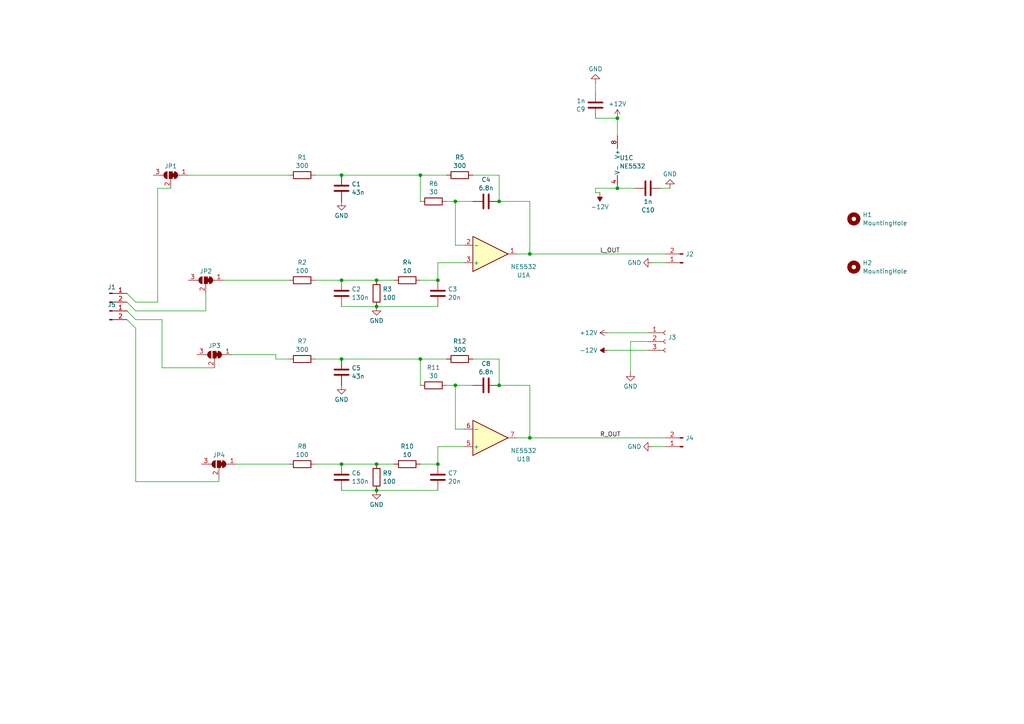
<source format=kicad_sch>
(kicad_sch (version 20250114) (generator "eeschema") (generator_version "9.0")
  (paper "A4")
  (lib_symbols
    (symbol "Amplifier_Operational:NE5532" (pin_names (offset 0.127))
      (property "Reference" "U" (at 0 5.08 0))
      (property "Value" "NE5532" (at 0 -5.08 0))
      (symbol "NE5532_1_1"
        (polyline (pts (xy -5.08 5.08) (xy 5.08 0) (xy -5.08 -5.08) (xy -5.08 5.08)) (stroke (width 0.254)) (fill (type background)))
        (pin input line (at -7.62 2.54 0) (length 2.54) (name "+") (number "3"))
        (pin input line (at -7.62 -2.54 0) (length 2.54) (name "-") (number "2"))
        (pin output line (at 7.62 0 180) (length 2.54) (name "~") (number "1"))
      )
      (symbol "NE5532_2_1"
        (polyline (pts (xy -5.08 5.08) (xy 5.08 0) (xy -5.08 -5.08) (xy -5.08 5.08)) (stroke (width 0.254)) (fill (type background)))
        (pin input line (at -7.62 2.54 0) (length 2.54) (name "+") (number "5"))
        (pin input line (at -7.62 -2.54 0) (length 2.54) (name "-") (number "6"))
        (pin output line (at 7.62 0 180) (length 2.54) (name "~") (number "7"))
      )
      (symbol "NE5532_3_1"
        (pin power_in line (at -2.54 7.62 270) (length 3.81) (name "V+") (number "8"))
        (pin power_in line (at -2.54 -7.62 90) (length 3.81) (name "V-") (number "4"))
      )
    )
    (symbol "Connector:Conn_01x02_Pin" (pin_names (offset 1.016) (hide yes))
      (property "Reference" "J" (at 0 2.54 0))
      (property "Value" "Conn_01x02_Pin" (at 0 -5.08 0))
      (symbol "Conn_01x02_Pin_1_1"
        (rectangle (start 0.8636 0.127) (end 0 -0.127) (stroke (width 0.1524)) (fill (type outline)))
        (rectangle (start 0.8636 -2.413) (end 0 -2.667) (stroke (width 0.1524)) (fill (type outline)))
        (polyline (pts (xy 1.27 0) (xy 0.8636 0)) (stroke (width 0.1524)))
        (polyline (pts (xy 1.27 -2.54) (xy 0.8636 -2.54)) (stroke (width 0.1524)))
        (pin passive line (at 5.08 0 180) (length 3.81) (name "Pin_1") (number "1"))
        (pin passive line (at 5.08 -2.54 180) (length 3.81) (name "Pin_2") (number "2"))
      )
    )
    (symbol "Connector:Conn_01x03_Socket" (pin_names (offset 1.016) (hide yes))
      (property "Reference" "J" (at 0 5.08 0))
      (property "Value" "Conn_01x03_Socket" (at 0 -5.08 0))
      (symbol "Conn_01x03_Socket_1_1"
        (polyline (pts (xy -1.27 2.54) (xy -0.508 2.54)) (stroke (width 0.1524)))
        (polyline (pts (xy -1.27 0) (xy -0.508 0)) (stroke (width 0.1524)))
        (polyline (pts (xy -1.27 -2.54) (xy -0.508 -2.54)) (stroke (width 0.1524)))
        (arc (start 0 2.032) (mid -0.5058 2.54) (end 0 3.048) (stroke (width 0.1524)))
        (arc (start 0 -0.508) (mid -0.5058 0) (end 0 0.508) (stroke (width 0.1524)))
        (arc (start 0 -3.048) (mid -0.5058 -2.54) (end 0 -2.032) (stroke (width 0.1524)))
        (pin passive line (at -5.08 2.54 0) (length 3.81) (name "Pin_1") (number "1"))
        (pin passive line (at -5.08 0 0) (length 3.81) (name "Pin_2") (number "2"))
        (pin passive line (at -5.08 -2.54 0) (length 3.81) (name "Pin_3") (number "3"))
      )
    )
    (symbol "Device:C" (pin_numbers (hide yes)) (pin_names (offset 0.254))
      (property "Reference" "C" (at 0.635 2.54 0))
      (property "Value" "C" (at 0.635 -2.54 0))
      (symbol "C_0_1"
        (polyline (pts (xy -2.032 0.762) (xy 2.032 0.762)) (stroke (width 0.508)))
        (polyline (pts (xy -2.032 -0.762) (xy 2.032 -0.762)) (stroke (width 0.508)))
      )
      (symbol "C_1_1"
        (pin passive line (at 0 3.81 270) (length 2.794) (name "~") (number "1"))
        (pin passive line (at 0 -3.81 90) (length 2.794) (name "~") (number "2"))
      )
    )
    (symbol "Device:R" (pin_numbers (hide yes)) (pin_names (offset 0))
      (property "Reference" "R" (at 2.032 0 90))
      (property "Value" "R" (at 0 0 90))
      (symbol "R_0_1"
        (rectangle (start -1.016 -2.54) (end 1.016 2.54) (stroke (width 0.254)))
      )
      (symbol "R_1_1"
        (pin passive line (at 0 3.81 270) (length 1.27) (name "~") (number "1"))
        (pin passive line (at 0 -3.81 90) (length 1.27) (name "~") (number "2"))
      )
    )
    (symbol "Jumper:SolderJumper_3_Bridged12" (pin_names (offset 0) (hide yes)) (exclude_from_sim yes) (in_bom no)
      (property "Reference" "JP" (at -2.54 -2.54 0))
      (property "Value" "SolderJumper_3_Bridged12" (at 0 2.794 0))
      (symbol "SolderJumper_3_Bridged12_0_1"
        (polyline (pts (xy -2.54 0) (xy -2.032 0)))
        (polyline (pts (xy -1.016 1.016) (xy -1.016 -1.016)))
        (rectangle (start -1.016 0.508) (end -0.508 -0.508) (fill (type outline)))
        (arc (start -1.016 -1.016) (mid -2.0276 0) (end -1.016 1.016))
        (arc (start -1.016 -1.016) (mid -2.0276 0) (end -1.016 1.016) (fill (type outline)))
        (rectangle (start -0.508 1.016) (end 0.508 -1.016) (fill (type outline)))
        (polyline (pts (xy 0 -1.27) (xy 0 -1.016)))
        (arc (start 1.016 1.016) (mid 2.0276 0) (end 1.016 -1.016))
        (arc (start 1.016 1.016) (mid 2.0276 0) (end 1.016 -1.016) (fill (type outline)))
        (polyline (pts (xy 1.016 1.016) (xy 1.016 -1.016)))
        (polyline (pts (xy 2.54 0) (xy 2.032 0)))
      )
      (symbol "SolderJumper_3_Bridged12_1_1"
        (pin passive line (at -5.08 0 0) (length 2.54) (name "A") (number "1"))
        (pin passive line (at 0 -3.81 90) (length 2.54) (name "C") (number "2"))
        (pin passive line (at 5.08 0 180) (length 2.54) (name "B") (number "3"))
      )
    )
    (symbol "Mechanical:MountingHole" (pin_names (offset 1.016)) (exclude_from_sim yes) (in_bom no)
      (property "Reference" "H" (at 0 5.08 0))
      (property "Value" "MountingHole" (at 0 3.175 0))
      (symbol "MountingHole_0_1"
        (circle (center 0 0) (radius 1.27) (stroke (width 1.27)))
      )
    )
    (symbol "power:+12V" (power) (pin_numbers (hide yes)) (pin_names (offset 0) (hide yes))
      (property "Value" "+12V" (at 0 3.556 0))
      (symbol "+12V_0_1"
        (polyline (pts (xy -0.762 1.27) (xy 0 2.54)))
        (polyline (pts (xy 0 2.54) (xy 0.762 1.27)))
        (polyline (pts (xy 0 0) (xy 0 2.54)))
      )
      (symbol "+12V_1_1"
        (pin power_in line (at 0 0 90) (length 0) (name "~") (number "1"))
      )
    )
    (symbol "power:-12V" (power) (pin_numbers (hide yes)) (pin_names (offset 0) (hide yes))
      (property "Value" "-12V" (at 0 3.556 0))
      (symbol "-12V_0_0"
        (pin power_in line (at 0 0 90) (length 0) (name "~") (number "1"))
      )
      (symbol "-12V_0_1"
        (polyline (pts (xy 0 0) (xy 0 1.27) (xy 0.762 1.27) (xy 0 2.54) (xy -0.762 1.27) (xy 0 1.27)) (fill (type outline)))
      )
    )
    (symbol "power:GND" (power) (pin_numbers (hide yes)) (pin_names (offset 0) (hide yes))
      (property "Value" "GND" (at 0 -3.81 0))
      (symbol "GND_0_1"
        (polyline (pts (xy 0 0) (xy 0 -1.27) (xy 1.27 -1.27) (xy 0 -2.54) (xy -1.27 -1.27) (xy 0 -1.27)))
      )
      (symbol "GND_1_1"
        (pin power_in line (at 0 0 270) (length 0) (name "~") (number "1"))
      )
    )
  )
  (junction (at 144.78 58.42))
  (junction (at 99.06 104.14))
  (junction (at 132.08 58.42))
  (junction (at 121.92 104.14))
  (junction (at 99.06 50.8))
  (junction (at 132.08 111.76))
  (junction (at 109.22 81.28))
  (junction (at 179.07 54.61))
  (junction (at 144.78 111.76))
  (junction (at 109.22 142.24))
  (junction (at 99.06 134.62))
  (junction (at 99.06 81.28))
  (junction (at 153.67 73.66))
  (junction (at 109.22 88.9))
  (junction (at 127 81.28))
  (junction (at 121.92 50.8))
  (junction (at 153.67 127))
  (junction (at 179.07 34.29))
  (junction (at 127 134.62))
  (junction (at 109.22 134.62))
  (bus_entry (at 36.83 87.63) (size 2.54 2.54))
  (bus_entry (at 36.83 92.71) (size 2.54 2.54))
  (bus_entry (at 36.83 90.17) (size 2.54 2.54))
  (bus_entry (at 36.83 85.09) (size 2.54 2.54))
  (wire (pts (xy 144.78 50.8) (xy 144.78 58.42)))
  (wire (pts (xy 121.92 50.8) (xy 121.92 58.42)))
  (wire (pts (xy 176.53 96.52) (xy 187.96 96.52)))
  (wire (pts (xy 39.37 95.25) (xy 39.37 139.7)))
  (wire (pts (xy 121.92 104.14) (xy 121.92 111.76)))
  (wire (pts (xy 63.5 139.7) (xy 63.5 138.43)))
  (wire (pts (xy 121.92 134.62) (xy 127 134.62)))
  (wire (pts (xy 46.99 92.71) (xy 39.37 92.71)))
  (wire (pts (xy 173.99 55.88) (xy 172.72 55.88)))
  (wire (pts (xy 109.22 134.62) (xy 114.3 134.62)))
  (wire (pts (xy 99.06 88.9) (xy 109.22 88.9)))
  (wire (pts (xy 109.22 142.24) (xy 127 142.24)))
  (wire (pts (xy 137.16 104.14) (xy 144.78 104.14)))
  (wire (pts (xy 187.96 99.06) (xy 182.88 99.06)))
  (wire (pts (xy 137.16 50.8) (xy 144.78 50.8)))
  (wire (pts (xy 99.06 104.14) (xy 121.92 104.14)))
  (wire (pts (xy 153.67 111.76) (xy 153.67 127)))
  (wire (pts (xy 127 129.54) (xy 127 134.62)))
  (wire (pts (xy 144.78 58.42) (xy 153.67 58.42)))
  (wire (pts (xy 46.99 106.68) (xy 46.99 92.71)))
  (wire (pts (xy 132.08 58.42) (xy 132.08 71.12)))
  (wire (pts (xy 91.44 81.28) (xy 99.06 81.28)))
  (wire (pts (xy 172.72 54.61) (xy 172.72 55.88)))
  (wire (pts (xy 189.23 76.2) (xy 193.04 76.2)))
  (wire (pts (xy 149.86 73.66) (xy 153.67 73.66)))
  (wire (pts (xy 39.37 139.7) (xy 63.5 139.7)))
  (wire (pts (xy 129.54 111.76) (xy 132.08 111.76)))
  (wire (pts (xy 54.61 50.8) (xy 83.82 50.8)))
  (wire (pts (xy 68.58 134.62) (xy 83.82 134.62)))
  (wire (pts (xy 153.67 127) (xy 193.04 127)))
  (wire (pts (xy 132.08 111.76) (xy 132.08 124.46)))
  (wire (pts (xy 80.01 102.87) (xy 80.01 104.14)))
  (wire (pts (xy 80.01 104.14) (xy 83.82 104.14)))
  (wire (pts (xy 39.37 90.17) (xy 59.69 90.17)))
  (wire (pts (xy 132.08 58.42) (xy 137.16 58.42)))
  (wire (pts (xy 176.53 101.6) (xy 187.96 101.6)))
  (wire (pts (xy 67.31 102.87) (xy 80.01 102.87)))
  (wire (pts (xy 91.44 134.62) (xy 99.06 134.62)))
  (wire (pts (xy 45.72 87.63) (xy 39.37 87.63)))
  (wire (pts (xy 91.44 104.14) (xy 99.06 104.14)))
  (wire (pts (xy 64.77 81.28) (xy 83.82 81.28)))
  (wire (pts (xy 121.92 50.8) (xy 129.54 50.8)))
  (wire (pts (xy 134.62 76.2) (xy 127 76.2)))
  (wire (pts (xy 153.67 73.66) (xy 193.04 73.66)))
  (wire (pts (xy 91.44 50.8) (xy 99.06 50.8)))
  (wire (pts (xy 59.69 85.09) (xy 59.69 90.17)))
  (wire (pts (xy 179.07 54.61) (xy 172.72 54.61)))
  (wire (pts (xy 153.67 58.42) (xy 153.67 73.66)))
  (wire (pts (xy 132.08 111.76) (xy 137.16 111.76)))
  (wire (pts (xy 194.31 54.61) (xy 191.77 54.61)))
  (wire (pts (xy 182.88 99.06) (xy 182.88 107.95)))
  (wire (pts (xy 99.06 134.62) (xy 109.22 134.62)))
  (wire (pts (xy 129.54 58.42) (xy 132.08 58.42)))
  (wire (pts (xy 189.23 129.54) (xy 193.04 129.54)))
  (wire (pts (xy 134.62 129.54) (xy 127 129.54)))
  (wire (pts (xy 109.22 81.28) (xy 114.3 81.28)))
  (wire (pts (xy 99.06 50.8) (xy 121.92 50.8)))
  (wire (pts (xy 99.06 81.28) (xy 109.22 81.28)))
  (wire (pts (xy 121.92 104.14) (xy 129.54 104.14)))
  (wire (pts (xy 62.23 106.68) (xy 46.99 106.68)))
  (wire (pts (xy 127 76.2) (xy 127 81.28)))
  (wire (pts (xy 179.07 34.29) (xy 179.07 39.37)))
  (wire (pts (xy 149.86 127) (xy 153.67 127)))
  (wire (pts (xy 132.08 71.12) (xy 134.62 71.12)))
  (wire (pts (xy 45.72 54.61) (xy 49.53 54.61)))
  (wire (pts (xy 144.78 111.76) (xy 153.67 111.76)))
  (wire (pts (xy 109.22 88.9) (xy 127 88.9)))
  (wire (pts (xy 45.72 87.63) (xy 45.72 54.61)))
  (wire (pts (xy 144.78 104.14) (xy 144.78 111.76)))
  (wire (pts (xy 172.72 26.67) (xy 172.72 24.13)))
  (wire (pts (xy 99.06 142.24) (xy 109.22 142.24)))
  (wire (pts (xy 172.72 34.29) (xy 179.07 34.29)))
  (wire (pts (xy 184.15 54.61) (xy 179.07 54.61)))
  (wire (pts (xy 121.92 81.28) (xy 127 81.28)))
  (wire (pts (xy 132.08 124.46) (xy 134.62 124.46)))
  (label "L_OUT" (at 173.99 73.66 0))
  (label "R_OUT" (at 173.99 127 0))
  (symbol (lib_id "Connector:Conn_01x02_Pin") (at 31.75 85.09 0) (unit 1)
    (property "Reference" "J1" (at 32.385 83.2937 0))
    (property "Value" "Conn_01x02_Pin" (effects (hide yes)))
    (property "Footprint" "Connector_PinHeader_2.54mm:PinHeader_1x02_P2.54mm_Vertical" (effects (hide yes)))
    (property "Description" "Generic connector, single row, 01x02, script generated" (effects (hide yes)))
  )
  (symbol (lib_id "power:GND") (at 172.72 24.13 180) (unit 1)
    (property "Reference" "#PWR014" (effects (hide yes)))
    (property "Value" "GND" (at 172.72 19.9969 0))
    (property "Description" "Power symbol creates a global label with name \"GND\" , ground" (effects (hide yes)))
  )
  (symbol (lib_id "Device:C") (at 187.96 54.61 90) (unit 1)
    (property "Reference" "C10" (at 187.96 60.9135 90))
    (property "Value" "1n" (at 187.96 58.4892 90))
    (property "Footprint" "Capacitor_SMD:C_0603_1608Metric_Pad1.08x0.95mm_HandSolder" (effects (hide yes)))
    (property "Description" "Unpolarized capacitor" (effects (hide yes)))
  )
  (symbol (lib_id "Mechanical:MountingHole") (at 247.65 77.47 0) (unit 1) (exclude_from_sim yes) (in_bom no)
    (property "Reference" "H2" (at 250.19 76.2578 0) (effects (justify left)))
    (property "Value" "MountingHole" (at 250.19 78.6821 0) (effects (justify left)))
    (property "Footprint" "MountingHole:MountingHole_3.2mm_M3" (effects (hide yes)))
    (property "Description" "Mounting Hole without connection" (effects (hide yes)))
  )
  (symbol (lib_id "Amplifier_Operational:NE5532") (at 142.24 73.66 0) (mirror x) (unit 1)
    (property "Reference" "U1" (at 151.8519 79.805 0))
    (property "Value" "NE5532" (at 151.8519 77.3807 0))
    (property "Footprint" "Package_DIP:DIP-8_W7.62mm_Socket" (effects (hide yes)))
    (property "Datasheet" "http://www.ti.com/lit/ds/symlink/ne5532.pdf" (effects (hide yes)))
    (property "Description" "Dual Low-Noise Operational Amplifiers, DIP-8/SOIC-8" (effects (hide yes)))
  )
  (symbol (lib_id "Device:C") (at 99.06 85.09 0) (unit 1)
    (property "Reference" "C2" (at 101.981 83.8778 0) (effects (justify left)))
    (property "Value" "130n" (at 101.981 86.3021 0) (effects (justify left)))
    (property "Footprint" "Capacitor_SMD:C_1206_3216Metric_Pad1.33x1.80mm_HandSolder" (effects (hide yes)))
    (property "Description" "Unpolarized capacitor" (effects (hide yes)))
  )
  (symbol (lib_id "Connector:Conn_01x02_Pin") (at 198.12 76.2 180) (unit 1)
    (property "Reference" "J2" (at 198.8312 73.7178 0) (effects (justify right)))
    (property "Value" "Conn_01x02_Pin" (effects (hide yes)))
    (property "Footprint" "Connector_PinHeader_2.54mm:PinHeader_1x02_P2.54mm_Vertical" (effects (hide yes)))
    (property "Description" "Generic connector, single row, 01x02, script generated" (effects (hide yes)))
  )
  (symbol (lib_id "Device:R") (at 109.22 138.43 180) (unit 1)
    (property "Reference" "R9" (at 110.998 137.2178 0) (effects (justify right)))
    (property "Value" "100" (at 110.998 139.6421 0) (effects (justify right)))
    (property "Footprint" "Resistor_SMD:R_1206_3216Metric_Pad1.30x1.75mm_HandSolder" (effects (hide yes)))
    (property "Description" "Resistor" (effects (hide yes)))
  )
  (symbol (lib_id "Connector:Conn_01x03_Socket") (at 193.04 99.06 0) (unit 1)
    (property "Reference" "J3" (at 193.7512 97.8478 0) (effects (justify left)))
    (property "Value" "Conn_01x03_Socket" (effects (hide yes)))
    (property "Footprint" "Connector_PinHeader_2.54mm:PinHeader_1x03_P2.54mm_Vertical" (effects (hide yes)))
    (property "Description" "Generic connector, single row, 01x03, script generated" (effects (hide yes)))
  )
  (symbol (lib_id "power:-12V") (at 176.53 101.6 90) (unit 1)
    (property "Reference" "#PWR011" (effects (hide yes)))
    (property "Value" "-12V" (at 173.355 101.6 90) (effects (justify left)))
    (property "Description" "Power symbol creates a global label with name \"-12V\"" (effects (hide yes)))
  )
  (symbol (lib_id "power:GND") (at 109.22 142.24 0) (unit 1)
    (property "Reference" "#PWR06" (effects (hide yes)))
    (property "Value" "GND" (at 109.22 146.3731 0))
    (property "Description" "Power symbol creates a global label with name \"GND\" , ground" (effects (hide yes)))
  )
  (symbol (lib_id "Jumper:SolderJumper_3_Bridged12") (at 59.69 81.28 0) (mirror y) (unit 1) (exclude_from_sim yes) (in_bom no)
    (property "Reference" "JP2" (at 59.69 78.6709 0))
    (property "Footprint" "Jumper:SolderJumper-3_P1.3mm_Bridged2Bar12_RoundedPad1.0x1.5mm" (effects (hide yes)))
    (property "Description" "3-pole Solder Jumper, pins 1+2 closed/bridged" (effects (hide yes)))
  )
  (symbol (lib_id "Amplifier_Operational:NE5532") (at 181.61 46.99 0) (unit 3)
    (property "Reference" "U1" (at 179.705 45.7778 0) (effects (justify left)))
    (property "Value" "NE5532" (at 179.705 48.2021 0) (effects (justify left)))
    (property "Footprint" "Package_DIP:DIP-8_W7.62mm_Socket" (effects (hide yes)))
    (property "Datasheet" "http://www.ti.com/lit/ds/symlink/ne5532.pdf" (effects (hide yes)))
    (property "Description" "Dual Low-Noise Operational Amplifiers, DIP-8/SOIC-8" (effects (hide yes)))
  )
  (symbol (lib_id "Connector:Conn_01x02_Pin") (at 198.12 129.54 180) (unit 1)
    (property "Reference" "J4" (at 198.8312 127.0578 0) (effects (justify right)))
    (property "Value" "Conn_01x02_Pin" (effects (hide yes)))
    (property "Footprint" "Connector_PinHeader_2.54mm:PinHeader_1x02_P2.54mm_Vertical" (effects (hide yes)))
    (property "Description" "Generic connector, single row, 01x02, script generated" (effects (hide yes)))
  )
  (symbol (lib_id "Device:C") (at 140.97 111.76 90) (unit 1)
    (property "Reference" "C8" (at 140.97 105.4565 90))
    (property "Value" "6.8n" (at 140.97 107.8808 90))
    (property "Footprint" "Capacitor_SMD:C_1206_3216Metric_Pad1.33x1.80mm_HandSolder" (effects (hide yes)))
    (property "Description" "Unpolarized capacitor" (effects (hide yes)))
  )
  (symbol (lib_id "power:+12V") (at 179.07 34.29 0) (unit 1)
    (property "Reference" "#PWR03" (effects (hide yes)))
    (property "Value" "+12V" (at 179.07 30.1569 0))
    (property "Description" "Power symbol creates a global label with name \"+12V\"" (effects (hide yes)))
  )
  (symbol (lib_id "Device:C") (at 99.06 138.43 0) (unit 1)
    (property "Reference" "C6" (at 101.981 137.2178 0) (effects (justify left)))
    (property "Value" "130n" (at 101.981 139.6421 0) (effects (justify left)))
    (property "Footprint" "Capacitor_SMD:C_1206_3216Metric_Pad1.33x1.80mm_HandSolder" (effects (hide yes)))
    (property "Description" "Unpolarized capacitor" (effects (hide yes)))
  )
  (symbol (lib_id "Device:R") (at 87.63 81.28 90) (unit 1)
    (property "Reference" "R2" (at 87.63 76.1195 90))
    (property "Value" "100" (at 87.63 78.5438 90))
    (property "Footprint" "Resistor_SMD:R_1206_3216Metric_Pad1.30x1.75mm_HandSolder" (effects (hide yes)))
    (property "Description" "Resistor" (effects (hide yes)))
  )
  (symbol (lib_id "power:GND") (at 99.06 111.76 0) (unit 1)
    (property "Reference" "#PWR05" (effects (hide yes)))
    (property "Value" "GND" (at 99.06 115.8931 0))
    (property "Description" "Power symbol creates a global label with name \"GND\" , ground" (effects (hide yes)))
  )
  (symbol (lib_id "Device:C") (at 99.06 54.61 0) (unit 1)
    (property "Reference" "C1" (at 101.981 53.3978 0) (effects (justify left)))
    (property "Value" "43n" (at 101.981 55.8221 0) (effects (justify left)))
    (property "Footprint" "Capacitor_SMD:C_1206_3216Metric_Pad1.33x1.80mm_HandSolder" (effects (hide yes)))
    (property "Description" "Unpolarized capacitor" (effects (hide yes)))
  )
  (symbol (lib_id "power:GND") (at 194.31 54.61 180) (unit 1)
    (property "Reference" "#PWR015" (effects (hide yes)))
    (property "Value" "GND" (at 194.31 50.4769 0))
    (property "Description" "Power symbol creates a global label with name \"GND\" , ground" (effects (hide yes)))
  )
  (symbol (lib_id "Device:R") (at 125.73 58.42 90) (unit 1)
    (property "Reference" "R6" (at 125.73 53.2595 90))
    (property "Value" "30" (at 125.73 55.6838 90))
    (property "Footprint" "Resistor_SMD:R_1206_3216Metric_Pad1.30x1.75mm_HandSolder" (effects (hide yes)))
    (property "Description" "Resistor" (effects (hide yes)))
  )
  (symbol (lib_id "Jumper:SolderJumper_3_Bridged12") (at 49.53 50.8 0) (mirror y) (unit 1) (exclude_from_sim yes) (in_bom no)
    (property "Reference" "JP1" (at 49.53 48.1909 0))
    (property "Footprint" "Jumper:SolderJumper-3_P1.3mm_Bridged2Bar12_RoundedPad1.0x1.5mm" (effects (hide yes)))
    (property "Description" "3-pole Solder Jumper, pins 1+2 closed/bridged" (effects (hide yes)))
  )
  (symbol (lib_id "power:GND") (at 99.06 58.42 0) (unit 1)
    (property "Reference" "#PWR02" (effects (hide yes)))
    (property "Value" "GND" (at 99.06 62.5531 0))
    (property "Description" "Power symbol creates a global label with name \"GND\" , ground" (effects (hide yes)))
  )
  (symbol (lib_id "Device:C") (at 99.06 107.95 0) (unit 1)
    (property "Reference" "C5" (at 101.981 106.7378 0) (effects (justify left)))
    (property "Value" "43n" (at 101.981 109.1621 0) (effects (justify left)))
    (property "Footprint" "Capacitor_SMD:C_1206_3216Metric_Pad1.33x1.80mm_HandSolder" (effects (hide yes)))
    (property "Description" "Unpolarized capacitor" (effects (hide yes)))
  )
  (symbol (lib_id "power:+12V") (at 176.53 96.52 90) (unit 1)
    (property "Reference" "#PWR010" (effects (hide yes)))
    (property "Value" "+12V" (at 173.355 96.52 90) (effects (justify left)))
    (property "Description" "Power symbol creates a global label with name \"+12V\"" (effects (hide yes)))
  )
  (symbol (lib_id "Jumper:SolderJumper_3_Bridged12") (at 62.23 102.87 0) (mirror y) (unit 1) (exclude_from_sim yes) (in_bom no)
    (property "Reference" "JP3" (at 62.23 100.2609 0))
    (property "Footprint" "Jumper:SolderJumper-3_P1.3mm_Bridged2Bar12_RoundedPad1.0x1.5mm" (effects (hide yes)))
    (property "Description" "3-pole Solder Jumper, pins 1+2 closed/bridged" (effects (hide yes)))
  )
  (symbol (lib_id "power:-12V") (at 173.99 55.88 180) (unit 1)
    (property "Reference" "#PWR04" (effects (hide yes)))
    (property "Value" "-12V" (at 173.99 60.0131 0))
    (property "Description" "Power symbol creates a global label with name \"-12V\"" (effects (hide yes)))
  )
  (symbol (lib_id "Device:C") (at 140.97 58.42 90) (unit 1)
    (property "Reference" "C4" (at 140.97 52.1165 90))
    (property "Value" "6.8n" (at 140.97 54.5408 90))
    (property "Footprint" "Capacitor_SMD:C_1206_3216Metric_Pad1.33x1.80mm_HandSolder" (effects (hide yes)))
    (property "Description" "Unpolarized capacitor" (effects (hide yes)))
  )
  (symbol (lib_id "Mechanical:MountingHole") (at 247.65 63.5 0) (unit 1) (exclude_from_sim yes) (in_bom no)
    (property "Reference" "H1" (at 250.19 62.2878 0) (effects (justify left)))
    (property "Value" "MountingHole" (at 250.19 64.7121 0) (effects (justify left)))
    (property "Footprint" "MountingHole:MountingHole_3.2mm_M3" (effects (hide yes)))
    (property "Description" "Mounting Hole without connection" (effects (hide yes)))
  )
  (symbol (lib_id "Device:R") (at 118.11 134.62 270) (unit 1)
    (property "Reference" "R10" (at 118.11 129.4595 90))
    (property "Value" "10" (at 118.11 131.8838 90))
    (property "Footprint" "Resistor_SMD:R_1206_3216Metric_Pad1.30x1.75mm_HandSolder" (effects (hide yes)))
    (property "Description" "Resistor" (effects (hide yes)))
  )
  (symbol (lib_id "Device:R") (at 133.35 104.14 90) (unit 1)
    (property "Reference" "R12" (at 133.35 98.9795 90))
    (property "Value" "300" (at 133.35 101.4038 90))
    (property "Footprint" "Resistor_SMD:R_1206_3216Metric_Pad1.30x1.75mm_HandSolder" (effects (hide yes)))
    (property "Description" "Resistor" (effects (hide yes)))
  )
  (symbol (lib_id "Device:C") (at 127 138.43 0) (unit 1)
    (property "Reference" "C7" (at 129.921 137.2178 0) (effects (justify left)))
    (property "Value" "20n" (at 129.921 139.6421 0) (effects (justify left)))
    (property "Footprint" "Capacitor_SMD:C_1206_3216Metric_Pad1.33x1.80mm_HandSolder" (effects (hide yes)))
    (property "Description" "Unpolarized capacitor" (effects (hide yes)))
  )
  (symbol (lib_id "Device:R") (at 118.11 81.28 270) (unit 1)
    (property "Reference" "R4" (at 118.11 76.1195 90))
    (property "Value" "10" (at 118.11 78.5438 90))
    (property "Footprint" "Resistor_SMD:R_1206_3216Metric_Pad1.30x1.75mm_HandSolder" (effects (hide yes)))
    (property "Description" "Resistor" (effects (hide yes)))
  )
  (symbol (lib_id "power:GND") (at 189.23 129.54 270) (unit 1)
    (property "Reference" "#PWR013" (effects (hide yes)))
    (property "Value" "GND" (at 186.0551 129.54 90) (effects (justify right)))
    (property "Description" "Power symbol creates a global label with name \"GND\" , ground" (effects (hide yes)))
  )
  (symbol (lib_id "power:GND") (at 182.88 107.95 0) (unit 1)
    (property "Reference" "#PWR012" (effects (hide yes)))
    (property "Value" "GND" (at 182.88 112.0831 0))
    (property "Description" "Power symbol creates a global label with name \"GND\" , ground" (effects (hide yes)))
  )
  (symbol (lib_id "Device:R") (at 87.63 134.62 90) (unit 1)
    (property "Reference" "R8" (at 87.63 129.4595 90))
    (property "Value" "100" (at 87.63 131.8838 90))
    (property "Footprint" "Resistor_SMD:R_1206_3216Metric_Pad1.30x1.75mm_HandSolder" (effects (hide yes)))
    (property "Description" "Resistor" (effects (hide yes)))
  )
  (symbol (lib_id "Device:C") (at 127 85.09 0) (unit 1)
    (property "Reference" "C3" (at 129.921 83.8778 0) (effects (justify left)))
    (property "Value" "20n" (at 129.921 86.3021 0) (effects (justify left)))
    (property "Footprint" "Capacitor_SMD:C_1206_3216Metric_Pad1.33x1.80mm_HandSolder" (effects (hide yes)))
    (property "Description" "Unpolarized capacitor" (effects (hide yes)))
  )
  (symbol (lib_id "power:GND") (at 109.22 88.9 0) (unit 1)
    (property "Reference" "#PWR01" (effects (hide yes)))
    (property "Value" "GND" (at 109.22 93.0331 0))
    (property "Description" "Power symbol creates a global label with name \"GND\" , ground" (effects (hide yes)))
  )
  (symbol (lib_id "Device:R") (at 125.73 111.76 90) (unit 1)
    (property "Reference" "R11" (at 125.73 106.5995 90))
    (property "Value" "30" (at 125.73 109.0238 90))
    (property "Footprint" "Resistor_SMD:R_1206_3216Metric_Pad1.30x1.75mm_HandSolder" (effects (hide yes)))
    (property "Description" "Resistor" (effects (hide yes)))
  )
  (symbol (lib_id "Connector:Conn_01x02_Pin") (at 31.75 90.17 0) (unit 1)
    (property "Reference" "J5" (at 32.385 88.3737 0))
    (property "Value" "Conn_01x02_Pin" (effects (hide yes)))
    (property "Footprint" "Connector_PinHeader_2.54mm:PinHeader_1x02_P2.54mm_Vertical" (effects (hide yes)))
    (property "Description" "Generic connector, single row, 01x02, script generated" (effects (hide yes)))
  )
  (symbol (lib_id "Jumper:SolderJumper_3_Bridged12") (at 63.5 134.62 0) (mirror y) (unit 1) (exclude_from_sim yes) (in_bom no)
    (property "Reference" "JP4" (at 63.5 132.0109 0))
    (property "Footprint" "Jumper:SolderJumper-3_P1.3mm_Bridged2Bar12_RoundedPad1.0x1.5mm" (effects (hide yes)))
    (property "Description" "3-pole Solder Jumper, pins 1+2 closed/bridged" (effects (hide yes)))
  )
  (symbol (lib_id "Device:R") (at 87.63 104.14 90) (unit 1)
    (property "Reference" "R7" (at 87.63 98.9795 90))
    (property "Value" "300" (at 87.63 101.4038 90))
    (property "Footprint" "Resistor_SMD:R_1206_3216Metric_Pad1.30x1.75mm_HandSolder" (effects (hide yes)))
    (property "Description" "Resistor" (effects (hide yes)))
  )
  (symbol (lib_id "Device:R") (at 109.22 85.09 180) (unit 1)
    (property "Reference" "R3" (at 110.998 83.8778 0) (effects (justify right)))
    (property "Value" "100" (at 110.998 86.3021 0) (effects (justify right)))
    (property "Footprint" "Resistor_SMD:R_1206_3216Metric_Pad1.30x1.75mm_HandSolder" (effects (hide yes)))
    (property "Description" "Resistor" (effects (hide yes)))
  )
  (symbol (lib_id "Device:C") (at 172.72 30.48 0) (unit 1)
    (property "Reference" "C9" (at 169.799 31.6922 0) (effects (justify right)))
    (property "Value" "1n" (at 169.799 29.2679 0) (effects (justify right)))
    (property "Footprint" "Capacitor_SMD:C_0603_1608Metric_Pad1.08x0.95mm_HandSolder" (effects (hide yes)))
    (property "Description" "Unpolarized capacitor" (effects (hide yes)))
  )
  (symbol (lib_id "Amplifier_Operational:NE5532") (at 142.24 127 0) (mirror x) (unit 2)
    (property "Reference" "U1" (at 151.8519 133.145 0))
    (property "Value" "NE5532" (at 151.8519 130.7207 0))
    (property "Footprint" "Package_DIP:DIP-8_W7.62mm_Socket" (effects (hide yes)))
    (property "Datasheet" "http://www.ti.com/lit/ds/symlink/ne5532.pdf" (effects (hide yes)))
    (property "Description" "Dual Low-Noise Operational Amplifiers, DIP-8/SOIC-8" (effects (hide yes)))
  )
  (symbol (lib_id "Device:R") (at 133.35 50.8 90) (unit 1)
    (property "Reference" "R5" (at 133.35 45.6395 90))
    (property "Value" "300" (at 133.35 48.0638 90))
    (property "Footprint" "Resistor_SMD:R_1206_3216Metric_Pad1.30x1.75mm_HandSolder" (effects (hide yes)))
    (property "Description" "Resistor" (effects (hide yes)))
  )
  (symbol (lib_id "Device:R") (at 87.63 50.8 90) (unit 1)
    (property "Reference" "R1" (at 87.63 45.6395 90))
    (property "Value" "300" (at 87.63 48.0638 90))
    (property "Footprint" "Resistor_SMD:R_1206_3216Metric_Pad1.30x1.75mm_HandSolder" (effects (hide yes)))
    (property "Description" "Resistor" (effects (hide yes)))
  )
  (symbol (lib_id "power:GND") (at 189.23 76.2 270) (unit 1)
    (property "Reference" "#PWR09" (effects (hide yes)))
    (property "Value" "GND" (at 186.0551 76.2 90) (effects (justify right)))
    (property "Description" "Power symbol creates a global label with name \"GND\" , ground" (effects (hide yes)))
  )
)
</source>
